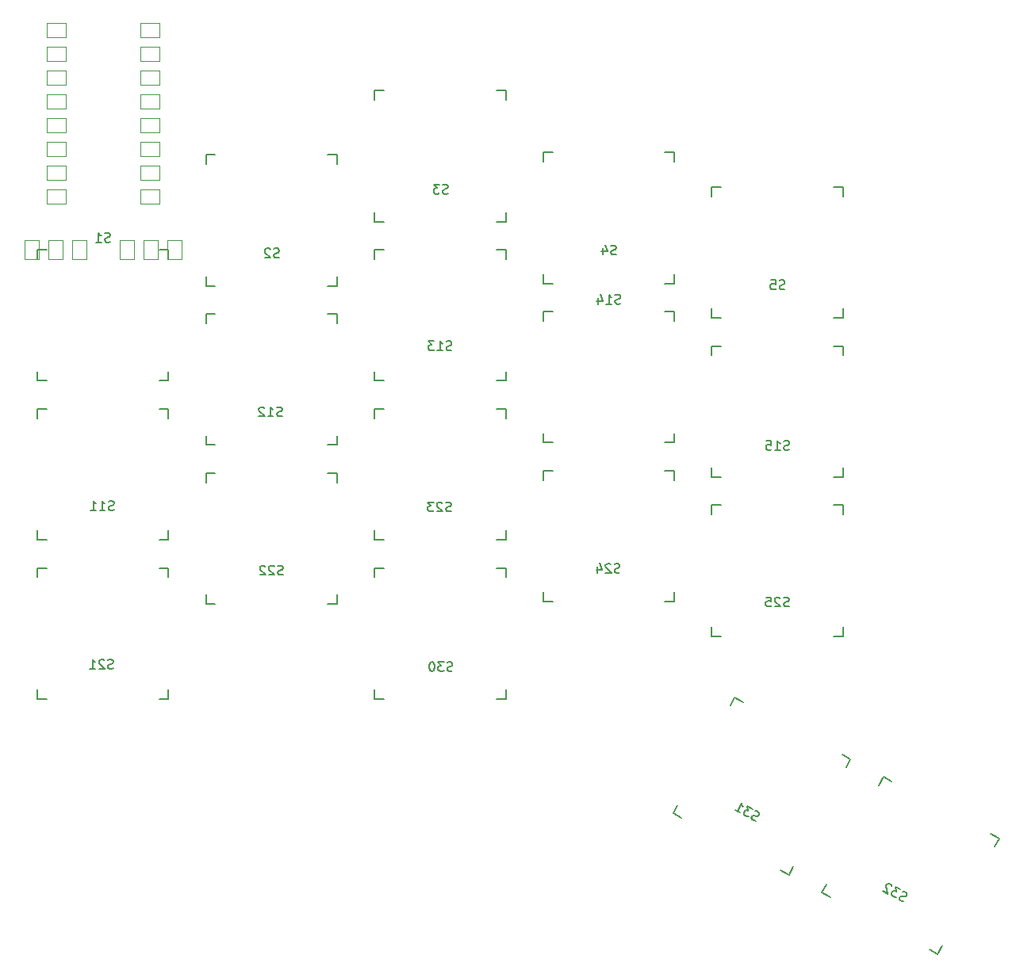
<source format=gbr>
%TF.GenerationSoftware,KiCad,Pcbnew,7.0.6*%
%TF.CreationDate,2023-11-22T12:36:20+08:00*%
%TF.ProjectId,tenten,74656e74-656e-42e6-9b69-6361645f7063,rev?*%
%TF.SameCoordinates,Original*%
%TF.FileFunction,Legend,Bot*%
%TF.FilePolarity,Positive*%
%FSLAX46Y46*%
G04 Gerber Fmt 4.6, Leading zero omitted, Abs format (unit mm)*
G04 Created by KiCad (PCBNEW 7.0.6) date 2023-11-22 12:36:20*
%MOMM*%
%LPD*%
G01*
G04 APERTURE LIST*
%ADD10C,0.150000*%
%ADD11C,0.050000*%
G04 APERTURE END LIST*
D10*
X73538094Y-106667200D02*
X73395237Y-106714819D01*
X73395237Y-106714819D02*
X73157142Y-106714819D01*
X73157142Y-106714819D02*
X73061904Y-106667200D01*
X73061904Y-106667200D02*
X73014285Y-106619580D01*
X73014285Y-106619580D02*
X72966666Y-106524342D01*
X72966666Y-106524342D02*
X72966666Y-106429104D01*
X72966666Y-106429104D02*
X73014285Y-106333866D01*
X73014285Y-106333866D02*
X73061904Y-106286247D01*
X73061904Y-106286247D02*
X73157142Y-106238628D01*
X73157142Y-106238628D02*
X73347618Y-106191009D01*
X73347618Y-106191009D02*
X73442856Y-106143390D01*
X73442856Y-106143390D02*
X73490475Y-106095771D01*
X73490475Y-106095771D02*
X73538094Y-106000533D01*
X73538094Y-106000533D02*
X73538094Y-105905295D01*
X73538094Y-105905295D02*
X73490475Y-105810057D01*
X73490475Y-105810057D02*
X73442856Y-105762438D01*
X73442856Y-105762438D02*
X73347618Y-105714819D01*
X73347618Y-105714819D02*
X73109523Y-105714819D01*
X73109523Y-105714819D02*
X72966666Y-105762438D01*
X72585713Y-105810057D02*
X72538094Y-105762438D01*
X72538094Y-105762438D02*
X72442856Y-105714819D01*
X72442856Y-105714819D02*
X72204761Y-105714819D01*
X72204761Y-105714819D02*
X72109523Y-105762438D01*
X72109523Y-105762438D02*
X72061904Y-105810057D01*
X72061904Y-105810057D02*
X72014285Y-105905295D01*
X72014285Y-105905295D02*
X72014285Y-106000533D01*
X72014285Y-106000533D02*
X72061904Y-106143390D01*
X72061904Y-106143390D02*
X72633332Y-106714819D01*
X72633332Y-106714819D02*
X72014285Y-106714819D01*
X71061904Y-106714819D02*
X71633332Y-106714819D01*
X71347618Y-106714819D02*
X71347618Y-105714819D01*
X71347618Y-105714819D02*
X71442856Y-105857676D01*
X71442856Y-105857676D02*
X71538094Y-105952914D01*
X71538094Y-105952914D02*
X71633332Y-106000533D01*
X73219828Y-61097057D02*
X73076971Y-61144676D01*
X73076971Y-61144676D02*
X72838876Y-61144676D01*
X72838876Y-61144676D02*
X72743638Y-61097057D01*
X72743638Y-61097057D02*
X72696019Y-61049437D01*
X72696019Y-61049437D02*
X72648400Y-60954199D01*
X72648400Y-60954199D02*
X72648400Y-60858961D01*
X72648400Y-60858961D02*
X72696019Y-60763723D01*
X72696019Y-60763723D02*
X72743638Y-60716104D01*
X72743638Y-60716104D02*
X72838876Y-60668485D01*
X72838876Y-60668485D02*
X73029352Y-60620866D01*
X73029352Y-60620866D02*
X73124590Y-60573247D01*
X73124590Y-60573247D02*
X73172209Y-60525628D01*
X73172209Y-60525628D02*
X73219828Y-60430390D01*
X73219828Y-60430390D02*
X73219828Y-60335152D01*
X73219828Y-60335152D02*
X73172209Y-60239914D01*
X73172209Y-60239914D02*
X73124590Y-60192295D01*
X73124590Y-60192295D02*
X73029352Y-60144676D01*
X73029352Y-60144676D02*
X72791257Y-60144676D01*
X72791257Y-60144676D02*
X72648400Y-60192295D01*
X71696019Y-61144676D02*
X72267447Y-61144676D01*
X71981733Y-61144676D02*
X71981733Y-60144676D01*
X71981733Y-60144676D02*
X72076971Y-60287533D01*
X72076971Y-60287533D02*
X72172209Y-60382771D01*
X72172209Y-60382771D02*
X72267447Y-60430390D01*
X91262104Y-62764200D02*
X91119247Y-62811819D01*
X91119247Y-62811819D02*
X90881152Y-62811819D01*
X90881152Y-62811819D02*
X90785914Y-62764200D01*
X90785914Y-62764200D02*
X90738295Y-62716580D01*
X90738295Y-62716580D02*
X90690676Y-62621342D01*
X90690676Y-62621342D02*
X90690676Y-62526104D01*
X90690676Y-62526104D02*
X90738295Y-62430866D01*
X90738295Y-62430866D02*
X90785914Y-62383247D01*
X90785914Y-62383247D02*
X90881152Y-62335628D01*
X90881152Y-62335628D02*
X91071628Y-62288009D01*
X91071628Y-62288009D02*
X91166866Y-62240390D01*
X91166866Y-62240390D02*
X91214485Y-62192771D01*
X91214485Y-62192771D02*
X91262104Y-62097533D01*
X91262104Y-62097533D02*
X91262104Y-62002295D01*
X91262104Y-62002295D02*
X91214485Y-61907057D01*
X91214485Y-61907057D02*
X91166866Y-61859438D01*
X91166866Y-61859438D02*
X91071628Y-61811819D01*
X91071628Y-61811819D02*
X90833533Y-61811819D01*
X90833533Y-61811819D02*
X90690676Y-61859438D01*
X90309723Y-61907057D02*
X90262104Y-61859438D01*
X90262104Y-61859438D02*
X90166866Y-61811819D01*
X90166866Y-61811819D02*
X89928771Y-61811819D01*
X89928771Y-61811819D02*
X89833533Y-61859438D01*
X89833533Y-61859438D02*
X89785914Y-61907057D01*
X89785914Y-61907057D02*
X89738295Y-62002295D01*
X89738295Y-62002295D02*
X89738295Y-62097533D01*
X89738295Y-62097533D02*
X89785914Y-62240390D01*
X89785914Y-62240390D02*
X90357342Y-62811819D01*
X90357342Y-62811819D02*
X89738295Y-62811819D01*
X91687494Y-96647800D02*
X91544637Y-96695419D01*
X91544637Y-96695419D02*
X91306542Y-96695419D01*
X91306542Y-96695419D02*
X91211304Y-96647800D01*
X91211304Y-96647800D02*
X91163685Y-96600180D01*
X91163685Y-96600180D02*
X91116066Y-96504942D01*
X91116066Y-96504942D02*
X91116066Y-96409704D01*
X91116066Y-96409704D02*
X91163685Y-96314466D01*
X91163685Y-96314466D02*
X91211304Y-96266847D01*
X91211304Y-96266847D02*
X91306542Y-96219228D01*
X91306542Y-96219228D02*
X91497018Y-96171609D01*
X91497018Y-96171609D02*
X91592256Y-96123990D01*
X91592256Y-96123990D02*
X91639875Y-96076371D01*
X91639875Y-96076371D02*
X91687494Y-95981133D01*
X91687494Y-95981133D02*
X91687494Y-95885895D01*
X91687494Y-95885895D02*
X91639875Y-95790657D01*
X91639875Y-95790657D02*
X91592256Y-95743038D01*
X91592256Y-95743038D02*
X91497018Y-95695419D01*
X91497018Y-95695419D02*
X91258923Y-95695419D01*
X91258923Y-95695419D02*
X91116066Y-95743038D01*
X90735113Y-95790657D02*
X90687494Y-95743038D01*
X90687494Y-95743038D02*
X90592256Y-95695419D01*
X90592256Y-95695419D02*
X90354161Y-95695419D01*
X90354161Y-95695419D02*
X90258923Y-95743038D01*
X90258923Y-95743038D02*
X90211304Y-95790657D01*
X90211304Y-95790657D02*
X90163685Y-95885895D01*
X90163685Y-95885895D02*
X90163685Y-95981133D01*
X90163685Y-95981133D02*
X90211304Y-96123990D01*
X90211304Y-96123990D02*
X90782732Y-96695419D01*
X90782732Y-96695419D02*
X90163685Y-96695419D01*
X89782732Y-95790657D02*
X89735113Y-95743038D01*
X89735113Y-95743038D02*
X89639875Y-95695419D01*
X89639875Y-95695419D02*
X89401780Y-95695419D01*
X89401780Y-95695419D02*
X89306542Y-95743038D01*
X89306542Y-95743038D02*
X89258923Y-95790657D01*
X89258923Y-95790657D02*
X89211304Y-95885895D01*
X89211304Y-95885895D02*
X89211304Y-95981133D01*
X89211304Y-95981133D02*
X89258923Y-96123990D01*
X89258923Y-96123990D02*
X89830351Y-96695419D01*
X89830351Y-96695419D02*
X89211304Y-96695419D01*
X127696018Y-67697057D02*
X127553161Y-67744676D01*
X127553161Y-67744676D02*
X127315066Y-67744676D01*
X127315066Y-67744676D02*
X127219828Y-67697057D01*
X127219828Y-67697057D02*
X127172209Y-67649437D01*
X127172209Y-67649437D02*
X127124590Y-67554199D01*
X127124590Y-67554199D02*
X127124590Y-67458961D01*
X127124590Y-67458961D02*
X127172209Y-67363723D01*
X127172209Y-67363723D02*
X127219828Y-67316104D01*
X127219828Y-67316104D02*
X127315066Y-67268485D01*
X127315066Y-67268485D02*
X127505542Y-67220866D01*
X127505542Y-67220866D02*
X127600780Y-67173247D01*
X127600780Y-67173247D02*
X127648399Y-67125628D01*
X127648399Y-67125628D02*
X127696018Y-67030390D01*
X127696018Y-67030390D02*
X127696018Y-66935152D01*
X127696018Y-66935152D02*
X127648399Y-66839914D01*
X127648399Y-66839914D02*
X127600780Y-66792295D01*
X127600780Y-66792295D02*
X127505542Y-66744676D01*
X127505542Y-66744676D02*
X127267447Y-66744676D01*
X127267447Y-66744676D02*
X127124590Y-66792295D01*
X126172209Y-67744676D02*
X126743637Y-67744676D01*
X126457923Y-67744676D02*
X126457923Y-66744676D01*
X126457923Y-66744676D02*
X126553161Y-66887533D01*
X126553161Y-66887533D02*
X126648399Y-66982771D01*
X126648399Y-66982771D02*
X126743637Y-67030390D01*
X125315066Y-67078009D02*
X125315066Y-67744676D01*
X125553161Y-66697057D02*
X125791256Y-67411342D01*
X125791256Y-67411342D02*
X125172209Y-67411342D01*
X145687894Y-100026000D02*
X145545037Y-100073619D01*
X145545037Y-100073619D02*
X145306942Y-100073619D01*
X145306942Y-100073619D02*
X145211704Y-100026000D01*
X145211704Y-100026000D02*
X145164085Y-99978380D01*
X145164085Y-99978380D02*
X145116466Y-99883142D01*
X145116466Y-99883142D02*
X145116466Y-99787904D01*
X145116466Y-99787904D02*
X145164085Y-99692666D01*
X145164085Y-99692666D02*
X145211704Y-99645047D01*
X145211704Y-99645047D02*
X145306942Y-99597428D01*
X145306942Y-99597428D02*
X145497418Y-99549809D01*
X145497418Y-99549809D02*
X145592656Y-99502190D01*
X145592656Y-99502190D02*
X145640275Y-99454571D01*
X145640275Y-99454571D02*
X145687894Y-99359333D01*
X145687894Y-99359333D02*
X145687894Y-99264095D01*
X145687894Y-99264095D02*
X145640275Y-99168857D01*
X145640275Y-99168857D02*
X145592656Y-99121238D01*
X145592656Y-99121238D02*
X145497418Y-99073619D01*
X145497418Y-99073619D02*
X145259323Y-99073619D01*
X145259323Y-99073619D02*
X145116466Y-99121238D01*
X144735513Y-99168857D02*
X144687894Y-99121238D01*
X144687894Y-99121238D02*
X144592656Y-99073619D01*
X144592656Y-99073619D02*
X144354561Y-99073619D01*
X144354561Y-99073619D02*
X144259323Y-99121238D01*
X144259323Y-99121238D02*
X144211704Y-99168857D01*
X144211704Y-99168857D02*
X144164085Y-99264095D01*
X144164085Y-99264095D02*
X144164085Y-99359333D01*
X144164085Y-99359333D02*
X144211704Y-99502190D01*
X144211704Y-99502190D02*
X144783132Y-100073619D01*
X144783132Y-100073619D02*
X144164085Y-100073619D01*
X143259323Y-99073619D02*
X143735513Y-99073619D01*
X143735513Y-99073619D02*
X143783132Y-99549809D01*
X143783132Y-99549809D02*
X143735513Y-99502190D01*
X143735513Y-99502190D02*
X143640275Y-99454571D01*
X143640275Y-99454571D02*
X143402180Y-99454571D01*
X143402180Y-99454571D02*
X143306942Y-99502190D01*
X143306942Y-99502190D02*
X143259323Y-99549809D01*
X143259323Y-99549809D02*
X143211704Y-99645047D01*
X143211704Y-99645047D02*
X143211704Y-99883142D01*
X143211704Y-99883142D02*
X143259323Y-99978380D01*
X143259323Y-99978380D02*
X143306942Y-100026000D01*
X143306942Y-100026000D02*
X143402180Y-100073619D01*
X143402180Y-100073619D02*
X143640275Y-100073619D01*
X143640275Y-100073619D02*
X143735513Y-100026000D01*
X143735513Y-100026000D02*
X143783132Y-99978380D01*
X109619894Y-89866000D02*
X109477037Y-89913619D01*
X109477037Y-89913619D02*
X109238942Y-89913619D01*
X109238942Y-89913619D02*
X109143704Y-89866000D01*
X109143704Y-89866000D02*
X109096085Y-89818380D01*
X109096085Y-89818380D02*
X109048466Y-89723142D01*
X109048466Y-89723142D02*
X109048466Y-89627904D01*
X109048466Y-89627904D02*
X109096085Y-89532666D01*
X109096085Y-89532666D02*
X109143704Y-89485047D01*
X109143704Y-89485047D02*
X109238942Y-89437428D01*
X109238942Y-89437428D02*
X109429418Y-89389809D01*
X109429418Y-89389809D02*
X109524656Y-89342190D01*
X109524656Y-89342190D02*
X109572275Y-89294571D01*
X109572275Y-89294571D02*
X109619894Y-89199333D01*
X109619894Y-89199333D02*
X109619894Y-89104095D01*
X109619894Y-89104095D02*
X109572275Y-89008857D01*
X109572275Y-89008857D02*
X109524656Y-88961238D01*
X109524656Y-88961238D02*
X109429418Y-88913619D01*
X109429418Y-88913619D02*
X109191323Y-88913619D01*
X109191323Y-88913619D02*
X109048466Y-88961238D01*
X108667513Y-89008857D02*
X108619894Y-88961238D01*
X108619894Y-88961238D02*
X108524656Y-88913619D01*
X108524656Y-88913619D02*
X108286561Y-88913619D01*
X108286561Y-88913619D02*
X108191323Y-88961238D01*
X108191323Y-88961238D02*
X108143704Y-89008857D01*
X108143704Y-89008857D02*
X108096085Y-89104095D01*
X108096085Y-89104095D02*
X108096085Y-89199333D01*
X108096085Y-89199333D02*
X108143704Y-89342190D01*
X108143704Y-89342190D02*
X108715132Y-89913619D01*
X108715132Y-89913619D02*
X108096085Y-89913619D01*
X107762751Y-88913619D02*
X107143704Y-88913619D01*
X107143704Y-88913619D02*
X107477037Y-89294571D01*
X107477037Y-89294571D02*
X107334180Y-89294571D01*
X107334180Y-89294571D02*
X107238942Y-89342190D01*
X107238942Y-89342190D02*
X107191323Y-89389809D01*
X107191323Y-89389809D02*
X107143704Y-89485047D01*
X107143704Y-89485047D02*
X107143704Y-89723142D01*
X107143704Y-89723142D02*
X107191323Y-89818380D01*
X107191323Y-89818380D02*
X107238942Y-89866000D01*
X107238942Y-89866000D02*
X107334180Y-89913619D01*
X107334180Y-89913619D02*
X107619894Y-89913619D01*
X107619894Y-89913619D02*
X107715132Y-89866000D01*
X107715132Y-89866000D02*
X107762751Y-89818380D01*
X109670694Y-72670200D02*
X109527837Y-72717819D01*
X109527837Y-72717819D02*
X109289742Y-72717819D01*
X109289742Y-72717819D02*
X109194504Y-72670200D01*
X109194504Y-72670200D02*
X109146885Y-72622580D01*
X109146885Y-72622580D02*
X109099266Y-72527342D01*
X109099266Y-72527342D02*
X109099266Y-72432104D01*
X109099266Y-72432104D02*
X109146885Y-72336866D01*
X109146885Y-72336866D02*
X109194504Y-72289247D01*
X109194504Y-72289247D02*
X109289742Y-72241628D01*
X109289742Y-72241628D02*
X109480218Y-72194009D01*
X109480218Y-72194009D02*
X109575456Y-72146390D01*
X109575456Y-72146390D02*
X109623075Y-72098771D01*
X109623075Y-72098771D02*
X109670694Y-72003533D01*
X109670694Y-72003533D02*
X109670694Y-71908295D01*
X109670694Y-71908295D02*
X109623075Y-71813057D01*
X109623075Y-71813057D02*
X109575456Y-71765438D01*
X109575456Y-71765438D02*
X109480218Y-71717819D01*
X109480218Y-71717819D02*
X109242123Y-71717819D01*
X109242123Y-71717819D02*
X109099266Y-71765438D01*
X108146885Y-72717819D02*
X108718313Y-72717819D01*
X108432599Y-72717819D02*
X108432599Y-71717819D01*
X108432599Y-71717819D02*
X108527837Y-71860676D01*
X108527837Y-71860676D02*
X108623075Y-71955914D01*
X108623075Y-71955914D02*
X108718313Y-72003533D01*
X107813551Y-71717819D02*
X107194504Y-71717819D01*
X107194504Y-71717819D02*
X107527837Y-72098771D01*
X107527837Y-72098771D02*
X107384980Y-72098771D01*
X107384980Y-72098771D02*
X107289742Y-72146390D01*
X107289742Y-72146390D02*
X107242123Y-72194009D01*
X107242123Y-72194009D02*
X107194504Y-72289247D01*
X107194504Y-72289247D02*
X107194504Y-72527342D01*
X107194504Y-72527342D02*
X107242123Y-72622580D01*
X107242123Y-72622580D02*
X107289742Y-72670200D01*
X107289742Y-72670200D02*
X107384980Y-72717819D01*
X107384980Y-72717819D02*
X107670694Y-72717819D01*
X107670694Y-72717819D02*
X107765932Y-72670200D01*
X107765932Y-72670200D02*
X107813551Y-72622580D01*
X157916192Y-131565092D02*
X157767700Y-131540070D01*
X157767700Y-131540070D02*
X157557475Y-131428291D01*
X157557475Y-131428291D02*
X157495740Y-131341534D01*
X157495740Y-131341534D02*
X157476051Y-131277133D01*
X157476051Y-131277133D02*
X157478717Y-131170687D01*
X157478717Y-131170687D02*
X157523429Y-131086597D01*
X157523429Y-131086597D02*
X157610186Y-131024863D01*
X157610186Y-131024863D02*
X157674587Y-131005173D01*
X157674587Y-131005173D02*
X157781033Y-131007840D01*
X157781033Y-131007840D02*
X157971569Y-131055218D01*
X157971569Y-131055218D02*
X158078015Y-131057884D01*
X158078015Y-131057884D02*
X158142416Y-131038195D01*
X158142416Y-131038195D02*
X158229173Y-130976460D01*
X158229173Y-130976460D02*
X158273884Y-130892370D01*
X158273884Y-130892370D02*
X158276551Y-130785924D01*
X158276551Y-130785924D02*
X158256861Y-130721523D01*
X158256861Y-130721523D02*
X158195127Y-130634766D01*
X158195127Y-130634766D02*
X157984901Y-130522987D01*
X157984901Y-130522987D02*
X157836410Y-130497965D01*
X157564450Y-130299430D02*
X157017863Y-130008804D01*
X157017863Y-130008804D02*
X157133333Y-130501656D01*
X157133333Y-130501656D02*
X157007197Y-130434588D01*
X157007197Y-130434588D02*
X156900751Y-130431922D01*
X156900751Y-130431922D02*
X156836351Y-130451611D01*
X156836351Y-130451611D02*
X156749594Y-130513346D01*
X156749594Y-130513346D02*
X156637815Y-130723571D01*
X156637815Y-130723571D02*
X156635148Y-130830017D01*
X156635148Y-130830017D02*
X156654838Y-130894418D01*
X156654838Y-130894418D02*
X156716572Y-130981175D01*
X156716572Y-130981175D02*
X156968843Y-131115310D01*
X156968843Y-131115310D02*
X157075289Y-131117976D01*
X157075289Y-131117976D02*
X157139690Y-131098287D01*
X156636791Y-129914048D02*
X156617101Y-129849647D01*
X156617101Y-129849647D02*
X156555367Y-129762891D01*
X156555367Y-129762891D02*
X156345141Y-129651112D01*
X156345141Y-129651112D02*
X156238695Y-129648445D01*
X156238695Y-129648445D02*
X156174294Y-129668135D01*
X156174294Y-129668135D02*
X156087538Y-129729869D01*
X156087538Y-129729869D02*
X156042826Y-129813959D01*
X156042826Y-129813959D02*
X156017804Y-129962450D01*
X156017804Y-129962450D02*
X156254076Y-130735261D01*
X156254076Y-130735261D02*
X155707489Y-130444636D01*
X145713294Y-83312800D02*
X145570437Y-83360419D01*
X145570437Y-83360419D02*
X145332342Y-83360419D01*
X145332342Y-83360419D02*
X145237104Y-83312800D01*
X145237104Y-83312800D02*
X145189485Y-83265180D01*
X145189485Y-83265180D02*
X145141866Y-83169942D01*
X145141866Y-83169942D02*
X145141866Y-83074704D01*
X145141866Y-83074704D02*
X145189485Y-82979466D01*
X145189485Y-82979466D02*
X145237104Y-82931847D01*
X145237104Y-82931847D02*
X145332342Y-82884228D01*
X145332342Y-82884228D02*
X145522818Y-82836609D01*
X145522818Y-82836609D02*
X145618056Y-82788990D01*
X145618056Y-82788990D02*
X145665675Y-82741371D01*
X145665675Y-82741371D02*
X145713294Y-82646133D01*
X145713294Y-82646133D02*
X145713294Y-82550895D01*
X145713294Y-82550895D02*
X145665675Y-82455657D01*
X145665675Y-82455657D02*
X145618056Y-82408038D01*
X145618056Y-82408038D02*
X145522818Y-82360419D01*
X145522818Y-82360419D02*
X145284723Y-82360419D01*
X145284723Y-82360419D02*
X145141866Y-82408038D01*
X144189485Y-83360419D02*
X144760913Y-83360419D01*
X144475199Y-83360419D02*
X144475199Y-82360419D01*
X144475199Y-82360419D02*
X144570437Y-82503276D01*
X144570437Y-82503276D02*
X144665675Y-82598514D01*
X144665675Y-82598514D02*
X144760913Y-82646133D01*
X143284723Y-82360419D02*
X143760913Y-82360419D01*
X143760913Y-82360419D02*
X143808532Y-82836609D01*
X143808532Y-82836609D02*
X143760913Y-82788990D01*
X143760913Y-82788990D02*
X143665675Y-82741371D01*
X143665675Y-82741371D02*
X143427580Y-82741371D01*
X143427580Y-82741371D02*
X143332342Y-82788990D01*
X143332342Y-82788990D02*
X143284723Y-82836609D01*
X143284723Y-82836609D02*
X143237104Y-82931847D01*
X143237104Y-82931847D02*
X143237104Y-83169942D01*
X143237104Y-83169942D02*
X143284723Y-83265180D01*
X143284723Y-83265180D02*
X143332342Y-83312800D01*
X143332342Y-83312800D02*
X143427580Y-83360419D01*
X143427580Y-83360419D02*
X143665675Y-83360419D01*
X143665675Y-83360419D02*
X143760913Y-83312800D01*
X143760913Y-83312800D02*
X143808532Y-83265180D01*
X145237104Y-66142400D02*
X145094247Y-66190019D01*
X145094247Y-66190019D02*
X144856152Y-66190019D01*
X144856152Y-66190019D02*
X144760914Y-66142400D01*
X144760914Y-66142400D02*
X144713295Y-66094780D01*
X144713295Y-66094780D02*
X144665676Y-65999542D01*
X144665676Y-65999542D02*
X144665676Y-65904304D01*
X144665676Y-65904304D02*
X144713295Y-65809066D01*
X144713295Y-65809066D02*
X144760914Y-65761447D01*
X144760914Y-65761447D02*
X144856152Y-65713828D01*
X144856152Y-65713828D02*
X145046628Y-65666209D01*
X145046628Y-65666209D02*
X145141866Y-65618590D01*
X145141866Y-65618590D02*
X145189485Y-65570971D01*
X145189485Y-65570971D02*
X145237104Y-65475733D01*
X145237104Y-65475733D02*
X145237104Y-65380495D01*
X145237104Y-65380495D02*
X145189485Y-65285257D01*
X145189485Y-65285257D02*
X145141866Y-65237638D01*
X145141866Y-65237638D02*
X145046628Y-65190019D01*
X145046628Y-65190019D02*
X144808533Y-65190019D01*
X144808533Y-65190019D02*
X144665676Y-65237638D01*
X143760914Y-65190019D02*
X144237104Y-65190019D01*
X144237104Y-65190019D02*
X144284723Y-65666209D01*
X144284723Y-65666209D02*
X144237104Y-65618590D01*
X144237104Y-65618590D02*
X144141866Y-65570971D01*
X144141866Y-65570971D02*
X143903771Y-65570971D01*
X143903771Y-65570971D02*
X143808533Y-65618590D01*
X143808533Y-65618590D02*
X143760914Y-65666209D01*
X143760914Y-65666209D02*
X143713295Y-65761447D01*
X143713295Y-65761447D02*
X143713295Y-65999542D01*
X143713295Y-65999542D02*
X143760914Y-66094780D01*
X143760914Y-66094780D02*
X143808533Y-66142400D01*
X143808533Y-66142400D02*
X143903771Y-66190019D01*
X143903771Y-66190019D02*
X144141866Y-66190019D01*
X144141866Y-66190019D02*
X144237104Y-66142400D01*
X144237104Y-66142400D02*
X144284723Y-66094780D01*
X127253904Y-62434000D02*
X127111047Y-62481619D01*
X127111047Y-62481619D02*
X126872952Y-62481619D01*
X126872952Y-62481619D02*
X126777714Y-62434000D01*
X126777714Y-62434000D02*
X126730095Y-62386380D01*
X126730095Y-62386380D02*
X126682476Y-62291142D01*
X126682476Y-62291142D02*
X126682476Y-62195904D01*
X126682476Y-62195904D02*
X126730095Y-62100666D01*
X126730095Y-62100666D02*
X126777714Y-62053047D01*
X126777714Y-62053047D02*
X126872952Y-62005428D01*
X126872952Y-62005428D02*
X127063428Y-61957809D01*
X127063428Y-61957809D02*
X127158666Y-61910190D01*
X127158666Y-61910190D02*
X127206285Y-61862571D01*
X127206285Y-61862571D02*
X127253904Y-61767333D01*
X127253904Y-61767333D02*
X127253904Y-61672095D01*
X127253904Y-61672095D02*
X127206285Y-61576857D01*
X127206285Y-61576857D02*
X127158666Y-61529238D01*
X127158666Y-61529238D02*
X127063428Y-61481619D01*
X127063428Y-61481619D02*
X126825333Y-61481619D01*
X126825333Y-61481619D02*
X126682476Y-61529238D01*
X125825333Y-61814952D02*
X125825333Y-62481619D01*
X126063428Y-61434000D02*
X126301523Y-62148285D01*
X126301523Y-62148285D02*
X125682476Y-62148285D01*
X127628494Y-96419200D02*
X127485637Y-96466819D01*
X127485637Y-96466819D02*
X127247542Y-96466819D01*
X127247542Y-96466819D02*
X127152304Y-96419200D01*
X127152304Y-96419200D02*
X127104685Y-96371580D01*
X127104685Y-96371580D02*
X127057066Y-96276342D01*
X127057066Y-96276342D02*
X127057066Y-96181104D01*
X127057066Y-96181104D02*
X127104685Y-96085866D01*
X127104685Y-96085866D02*
X127152304Y-96038247D01*
X127152304Y-96038247D02*
X127247542Y-95990628D01*
X127247542Y-95990628D02*
X127438018Y-95943009D01*
X127438018Y-95943009D02*
X127533256Y-95895390D01*
X127533256Y-95895390D02*
X127580875Y-95847771D01*
X127580875Y-95847771D02*
X127628494Y-95752533D01*
X127628494Y-95752533D02*
X127628494Y-95657295D01*
X127628494Y-95657295D02*
X127580875Y-95562057D01*
X127580875Y-95562057D02*
X127533256Y-95514438D01*
X127533256Y-95514438D02*
X127438018Y-95466819D01*
X127438018Y-95466819D02*
X127199923Y-95466819D01*
X127199923Y-95466819D02*
X127057066Y-95514438D01*
X126676113Y-95562057D02*
X126628494Y-95514438D01*
X126628494Y-95514438D02*
X126533256Y-95466819D01*
X126533256Y-95466819D02*
X126295161Y-95466819D01*
X126295161Y-95466819D02*
X126199923Y-95514438D01*
X126199923Y-95514438D02*
X126152304Y-95562057D01*
X126152304Y-95562057D02*
X126104685Y-95657295D01*
X126104685Y-95657295D02*
X126104685Y-95752533D01*
X126104685Y-95752533D02*
X126152304Y-95895390D01*
X126152304Y-95895390D02*
X126723732Y-96466819D01*
X126723732Y-96466819D02*
X126104685Y-96466819D01*
X125247542Y-95800152D02*
X125247542Y-96466819D01*
X125485637Y-95419200D02*
X125723732Y-96133485D01*
X125723732Y-96133485D02*
X125104685Y-96133485D01*
X109772294Y-106934800D02*
X109629437Y-106982419D01*
X109629437Y-106982419D02*
X109391342Y-106982419D01*
X109391342Y-106982419D02*
X109296104Y-106934800D01*
X109296104Y-106934800D02*
X109248485Y-106887180D01*
X109248485Y-106887180D02*
X109200866Y-106791942D01*
X109200866Y-106791942D02*
X109200866Y-106696704D01*
X109200866Y-106696704D02*
X109248485Y-106601466D01*
X109248485Y-106601466D02*
X109296104Y-106553847D01*
X109296104Y-106553847D02*
X109391342Y-106506228D01*
X109391342Y-106506228D02*
X109581818Y-106458609D01*
X109581818Y-106458609D02*
X109677056Y-106410990D01*
X109677056Y-106410990D02*
X109724675Y-106363371D01*
X109724675Y-106363371D02*
X109772294Y-106268133D01*
X109772294Y-106268133D02*
X109772294Y-106172895D01*
X109772294Y-106172895D02*
X109724675Y-106077657D01*
X109724675Y-106077657D02*
X109677056Y-106030038D01*
X109677056Y-106030038D02*
X109581818Y-105982419D01*
X109581818Y-105982419D02*
X109343723Y-105982419D01*
X109343723Y-105982419D02*
X109200866Y-106030038D01*
X108867532Y-105982419D02*
X108248485Y-105982419D01*
X108248485Y-105982419D02*
X108581818Y-106363371D01*
X108581818Y-106363371D02*
X108438961Y-106363371D01*
X108438961Y-106363371D02*
X108343723Y-106410990D01*
X108343723Y-106410990D02*
X108296104Y-106458609D01*
X108296104Y-106458609D02*
X108248485Y-106553847D01*
X108248485Y-106553847D02*
X108248485Y-106791942D01*
X108248485Y-106791942D02*
X108296104Y-106887180D01*
X108296104Y-106887180D02*
X108343723Y-106934800D01*
X108343723Y-106934800D02*
X108438961Y-106982419D01*
X108438961Y-106982419D02*
X108724675Y-106982419D01*
X108724675Y-106982419D02*
X108819913Y-106934800D01*
X108819913Y-106934800D02*
X108867532Y-106887180D01*
X107629437Y-105982419D02*
X107534199Y-105982419D01*
X107534199Y-105982419D02*
X107438961Y-106030038D01*
X107438961Y-106030038D02*
X107391342Y-106077657D01*
X107391342Y-106077657D02*
X107343723Y-106172895D01*
X107343723Y-106172895D02*
X107296104Y-106363371D01*
X107296104Y-106363371D02*
X107296104Y-106601466D01*
X107296104Y-106601466D02*
X107343723Y-106791942D01*
X107343723Y-106791942D02*
X107391342Y-106887180D01*
X107391342Y-106887180D02*
X107438961Y-106934800D01*
X107438961Y-106934800D02*
X107534199Y-106982419D01*
X107534199Y-106982419D02*
X107629437Y-106982419D01*
X107629437Y-106982419D02*
X107724675Y-106934800D01*
X107724675Y-106934800D02*
X107772294Y-106887180D01*
X107772294Y-106887180D02*
X107819913Y-106791942D01*
X107819913Y-106791942D02*
X107867532Y-106601466D01*
X107867532Y-106601466D02*
X107867532Y-106363371D01*
X107867532Y-106363371D02*
X107819913Y-106172895D01*
X107819913Y-106172895D02*
X107772294Y-106077657D01*
X107772294Y-106077657D02*
X107724675Y-106030038D01*
X107724675Y-106030038D02*
X107629437Y-105982419D01*
X91585894Y-79706000D02*
X91443037Y-79753619D01*
X91443037Y-79753619D02*
X91204942Y-79753619D01*
X91204942Y-79753619D02*
X91109704Y-79706000D01*
X91109704Y-79706000D02*
X91062085Y-79658380D01*
X91062085Y-79658380D02*
X91014466Y-79563142D01*
X91014466Y-79563142D02*
X91014466Y-79467904D01*
X91014466Y-79467904D02*
X91062085Y-79372666D01*
X91062085Y-79372666D02*
X91109704Y-79325047D01*
X91109704Y-79325047D02*
X91204942Y-79277428D01*
X91204942Y-79277428D02*
X91395418Y-79229809D01*
X91395418Y-79229809D02*
X91490656Y-79182190D01*
X91490656Y-79182190D02*
X91538275Y-79134571D01*
X91538275Y-79134571D02*
X91585894Y-79039333D01*
X91585894Y-79039333D02*
X91585894Y-78944095D01*
X91585894Y-78944095D02*
X91538275Y-78848857D01*
X91538275Y-78848857D02*
X91490656Y-78801238D01*
X91490656Y-78801238D02*
X91395418Y-78753619D01*
X91395418Y-78753619D02*
X91157323Y-78753619D01*
X91157323Y-78753619D02*
X91014466Y-78801238D01*
X90062085Y-79753619D02*
X90633513Y-79753619D01*
X90347799Y-79753619D02*
X90347799Y-78753619D01*
X90347799Y-78753619D02*
X90443037Y-78896476D01*
X90443037Y-78896476D02*
X90538275Y-78991714D01*
X90538275Y-78991714D02*
X90633513Y-79039333D01*
X89681132Y-78848857D02*
X89633513Y-78801238D01*
X89633513Y-78801238D02*
X89538275Y-78753619D01*
X89538275Y-78753619D02*
X89300180Y-78753619D01*
X89300180Y-78753619D02*
X89204942Y-78801238D01*
X89204942Y-78801238D02*
X89157323Y-78848857D01*
X89157323Y-78848857D02*
X89109704Y-78944095D01*
X89109704Y-78944095D02*
X89109704Y-79039333D01*
X89109704Y-79039333D02*
X89157323Y-79182190D01*
X89157323Y-79182190D02*
X89728751Y-79753619D01*
X89728751Y-79753619D02*
X89109704Y-79753619D01*
X142132401Y-122949192D02*
X141983909Y-122924170D01*
X141983909Y-122924170D02*
X141773684Y-122812391D01*
X141773684Y-122812391D02*
X141711949Y-122725634D01*
X141711949Y-122725634D02*
X141692260Y-122661233D01*
X141692260Y-122661233D02*
X141694926Y-122554787D01*
X141694926Y-122554787D02*
X141739638Y-122470697D01*
X141739638Y-122470697D02*
X141826395Y-122408963D01*
X141826395Y-122408963D02*
X141890796Y-122389273D01*
X141890796Y-122389273D02*
X141997242Y-122391940D01*
X141997242Y-122391940D02*
X142187778Y-122439318D01*
X142187778Y-122439318D02*
X142294224Y-122441984D01*
X142294224Y-122441984D02*
X142358625Y-122422295D01*
X142358625Y-122422295D02*
X142445382Y-122360560D01*
X142445382Y-122360560D02*
X142490093Y-122276470D01*
X142490093Y-122276470D02*
X142492760Y-122170024D01*
X142492760Y-122170024D02*
X142473070Y-122105623D01*
X142473070Y-122105623D02*
X142411336Y-122018866D01*
X142411336Y-122018866D02*
X142201110Y-121907087D01*
X142201110Y-121907087D02*
X142052619Y-121882065D01*
X141780659Y-121683530D02*
X141234072Y-121392904D01*
X141234072Y-121392904D02*
X141349542Y-121885756D01*
X141349542Y-121885756D02*
X141223406Y-121818688D01*
X141223406Y-121818688D02*
X141116960Y-121816022D01*
X141116960Y-121816022D02*
X141052560Y-121835711D01*
X141052560Y-121835711D02*
X140965803Y-121897446D01*
X140965803Y-121897446D02*
X140854024Y-122107671D01*
X140854024Y-122107671D02*
X140851357Y-122214117D01*
X140851357Y-122214117D02*
X140871047Y-122278518D01*
X140871047Y-122278518D02*
X140932781Y-122365275D01*
X140932781Y-122365275D02*
X141185052Y-122499410D01*
X141185052Y-122499410D02*
X141291498Y-122502076D01*
X141291498Y-122502076D02*
X141355899Y-122482387D01*
X139923698Y-121828736D02*
X140428240Y-122097006D01*
X140175969Y-121962871D02*
X140645441Y-121079923D01*
X140645441Y-121079923D02*
X140662463Y-121250770D01*
X140662463Y-121250770D02*
X140701842Y-121379572D01*
X140701842Y-121379572D02*
X140763577Y-121466329D01*
X109270704Y-55931600D02*
X109127847Y-55979219D01*
X109127847Y-55979219D02*
X108889752Y-55979219D01*
X108889752Y-55979219D02*
X108794514Y-55931600D01*
X108794514Y-55931600D02*
X108746895Y-55883980D01*
X108746895Y-55883980D02*
X108699276Y-55788742D01*
X108699276Y-55788742D02*
X108699276Y-55693504D01*
X108699276Y-55693504D02*
X108746895Y-55598266D01*
X108746895Y-55598266D02*
X108794514Y-55550647D01*
X108794514Y-55550647D02*
X108889752Y-55503028D01*
X108889752Y-55503028D02*
X109080228Y-55455409D01*
X109080228Y-55455409D02*
X109175466Y-55407790D01*
X109175466Y-55407790D02*
X109223085Y-55360171D01*
X109223085Y-55360171D02*
X109270704Y-55264933D01*
X109270704Y-55264933D02*
X109270704Y-55169695D01*
X109270704Y-55169695D02*
X109223085Y-55074457D01*
X109223085Y-55074457D02*
X109175466Y-55026838D01*
X109175466Y-55026838D02*
X109080228Y-54979219D01*
X109080228Y-54979219D02*
X108842133Y-54979219D01*
X108842133Y-54979219D02*
X108699276Y-55026838D01*
X108365942Y-54979219D02*
X107746895Y-54979219D01*
X107746895Y-54979219D02*
X108080228Y-55360171D01*
X108080228Y-55360171D02*
X107937371Y-55360171D01*
X107937371Y-55360171D02*
X107842133Y-55407790D01*
X107842133Y-55407790D02*
X107794514Y-55455409D01*
X107794514Y-55455409D02*
X107746895Y-55550647D01*
X107746895Y-55550647D02*
X107746895Y-55788742D01*
X107746895Y-55788742D02*
X107794514Y-55883980D01*
X107794514Y-55883980D02*
X107842133Y-55931600D01*
X107842133Y-55931600D02*
X107937371Y-55979219D01*
X107937371Y-55979219D02*
X108223085Y-55979219D01*
X108223085Y-55979219D02*
X108318323Y-55931600D01*
X108318323Y-55931600D02*
X108365942Y-55883980D01*
X73628094Y-89739000D02*
X73485237Y-89786619D01*
X73485237Y-89786619D02*
X73247142Y-89786619D01*
X73247142Y-89786619D02*
X73151904Y-89739000D01*
X73151904Y-89739000D02*
X73104285Y-89691380D01*
X73104285Y-89691380D02*
X73056666Y-89596142D01*
X73056666Y-89596142D02*
X73056666Y-89500904D01*
X73056666Y-89500904D02*
X73104285Y-89405666D01*
X73104285Y-89405666D02*
X73151904Y-89358047D01*
X73151904Y-89358047D02*
X73247142Y-89310428D01*
X73247142Y-89310428D02*
X73437618Y-89262809D01*
X73437618Y-89262809D02*
X73532856Y-89215190D01*
X73532856Y-89215190D02*
X73580475Y-89167571D01*
X73580475Y-89167571D02*
X73628094Y-89072333D01*
X73628094Y-89072333D02*
X73628094Y-88977095D01*
X73628094Y-88977095D02*
X73580475Y-88881857D01*
X73580475Y-88881857D02*
X73532856Y-88834238D01*
X73532856Y-88834238D02*
X73437618Y-88786619D01*
X73437618Y-88786619D02*
X73199523Y-88786619D01*
X73199523Y-88786619D02*
X73056666Y-88834238D01*
X72104285Y-89786619D02*
X72675713Y-89786619D01*
X72389999Y-89786619D02*
X72389999Y-88786619D01*
X72389999Y-88786619D02*
X72485237Y-88929476D01*
X72485237Y-88929476D02*
X72580475Y-89024714D01*
X72580475Y-89024714D02*
X72675713Y-89072333D01*
X71151904Y-89786619D02*
X71723332Y-89786619D01*
X71437618Y-89786619D02*
X71437618Y-88786619D01*
X71437618Y-88786619D02*
X71532856Y-88929476D01*
X71532856Y-88929476D02*
X71628094Y-89024714D01*
X71628094Y-89024714D02*
X71723332Y-89072333D01*
%TO.C,S21*%
X65457924Y-95944857D02*
X66457924Y-95944857D01*
X65457924Y-96944857D02*
X65457924Y-95944857D01*
X65457924Y-109944857D02*
X65457924Y-108944857D01*
X66457924Y-109944857D02*
X65457924Y-109944857D01*
X78457924Y-95944857D02*
X79457924Y-95944857D01*
X79457924Y-95944857D02*
X79457924Y-96944857D01*
X79457924Y-108944857D02*
X79457924Y-109944857D01*
X79457924Y-109944857D02*
X78457924Y-109944857D01*
%TO.C,S1*%
X65457924Y-61944857D02*
X66457924Y-61944857D01*
X65457924Y-62944857D02*
X65457924Y-61944857D01*
X65457924Y-75944857D02*
X65457924Y-74944857D01*
X66457924Y-75944857D02*
X65457924Y-75944857D01*
X78457924Y-61944857D02*
X79457924Y-61944857D01*
X79457924Y-61944857D02*
X79457924Y-62944857D01*
X79457924Y-74944857D02*
X79457924Y-75944857D01*
X79457924Y-75944857D02*
X78457924Y-75944857D01*
%TO.C,S2*%
X83457924Y-51802857D02*
X84457924Y-51802857D01*
X83457924Y-52802857D02*
X83457924Y-51802857D01*
X83457924Y-65802857D02*
X83457924Y-64802857D01*
X84457924Y-65802857D02*
X83457924Y-65802857D01*
X96457924Y-51802857D02*
X97457924Y-51802857D01*
X97457924Y-51802857D02*
X97457924Y-52802857D01*
X97457924Y-64802857D02*
X97457924Y-65802857D01*
X97457924Y-65802857D02*
X96457924Y-65802857D01*
%TO.C,S22*%
X83457924Y-85802857D02*
X84457924Y-85802857D01*
X83457924Y-86802857D02*
X83457924Y-85802857D01*
X83457924Y-99802857D02*
X83457924Y-98802857D01*
X84457924Y-99802857D02*
X83457924Y-99802857D01*
X96457924Y-85802857D02*
X97457924Y-85802857D01*
X97457924Y-85802857D02*
X97457924Y-86802857D01*
X97457924Y-98802857D02*
X97457924Y-99802857D01*
X97457924Y-99802857D02*
X96457924Y-99802857D01*
%TO.C,S14*%
X119457924Y-68544857D02*
X120457924Y-68544857D01*
X119457924Y-69544857D02*
X119457924Y-68544857D01*
X119457924Y-82544857D02*
X119457924Y-81544857D01*
X120457924Y-82544857D02*
X119457924Y-82544857D01*
X132457924Y-68544857D02*
X133457924Y-68544857D01*
X133457924Y-68544857D02*
X133457924Y-69544857D01*
X133457924Y-81544857D02*
X133457924Y-82544857D01*
X133457924Y-82544857D02*
X132457924Y-82544857D01*
%TO.C,S25*%
X137457924Y-89244857D02*
X138457924Y-89244857D01*
X137457924Y-90244857D02*
X137457924Y-89244857D01*
X137457924Y-103244857D02*
X137457924Y-102244857D01*
X138457924Y-103244857D02*
X137457924Y-103244857D01*
X150457924Y-89244857D02*
X151457924Y-89244857D01*
X151457924Y-89244857D02*
X151457924Y-90244857D01*
X151457924Y-102244857D02*
X151457924Y-103244857D01*
X151457924Y-103244857D02*
X150457924Y-103244857D01*
%TO.C,S23*%
X101457924Y-78944857D02*
X102457924Y-78944857D01*
X101457924Y-79944857D02*
X101457924Y-78944857D01*
X101457924Y-92944857D02*
X101457924Y-91944857D01*
X102457924Y-92944857D02*
X101457924Y-92944857D01*
X114457924Y-78944857D02*
X115457924Y-78944857D01*
X115457924Y-78944857D02*
X115457924Y-79944857D01*
X115457924Y-91944857D02*
X115457924Y-92944857D01*
X115457924Y-92944857D02*
X114457924Y-92944857D01*
%TO.C,S13*%
X101457924Y-61944857D02*
X102457924Y-61944857D01*
X101457924Y-62944857D02*
X101457924Y-61944857D01*
X101457924Y-75944857D02*
X101457924Y-74944857D01*
X102457924Y-75944857D02*
X101457924Y-75944857D01*
X114457924Y-61944857D02*
X115457924Y-61944857D01*
X115457924Y-61944857D02*
X115457924Y-62944857D01*
X115457924Y-74944857D02*
X115457924Y-75944857D01*
X115457924Y-75944857D02*
X114457924Y-75944857D01*
%TO.C,S32*%
X155775668Y-118253066D02*
X156658615Y-118722537D01*
X155306196Y-119136014D02*
X155775668Y-118253066D01*
X149203066Y-130614332D02*
X149672537Y-129731385D01*
X150086014Y-131083804D02*
X149203066Y-130614332D01*
X167253986Y-124356196D02*
X168136934Y-124825668D01*
X168136934Y-124825668D02*
X167667463Y-125708615D01*
X162033804Y-136303986D02*
X161564332Y-137186934D01*
X161564332Y-137186934D02*
X160681385Y-136717463D01*
%TO.C,S15*%
X137457924Y-72244857D02*
X138457924Y-72244857D01*
X137457924Y-73244857D02*
X137457924Y-72244857D01*
X137457924Y-86244857D02*
X137457924Y-85244857D01*
X138457924Y-86244857D02*
X137457924Y-86244857D01*
X150457924Y-72244857D02*
X151457924Y-72244857D01*
X151457924Y-72244857D02*
X151457924Y-73244857D01*
X151457924Y-85244857D02*
X151457924Y-86244857D01*
X151457924Y-86244857D02*
X150457924Y-86244857D01*
%TO.C,S5*%
X137457924Y-55244857D02*
X138457924Y-55244857D01*
X137457924Y-56244857D02*
X137457924Y-55244857D01*
X137457924Y-69244857D02*
X137457924Y-68244857D01*
X138457924Y-69244857D02*
X137457924Y-69244857D01*
X150457924Y-55244857D02*
X151457924Y-55244857D01*
X151457924Y-55244857D02*
X151457924Y-56244857D01*
X151457924Y-68244857D02*
X151457924Y-69244857D01*
X151457924Y-69244857D02*
X150457924Y-69244857D01*
D11*
%TO.C,U1*%
X65600000Y-60920000D02*
X64100000Y-60920000D01*
X64100000Y-60920000D02*
X64100000Y-62920000D01*
X64100000Y-62920000D02*
X65600000Y-62920000D01*
X65600000Y-62920000D02*
X65600000Y-60920000D01*
X66470000Y-37760000D02*
X68470000Y-37760000D01*
X68470000Y-37760000D02*
X68470000Y-39260000D01*
X68470000Y-39260000D02*
X66470000Y-39260000D01*
X66470000Y-39260000D02*
X66470000Y-37760000D01*
X66470000Y-40300000D02*
X68470000Y-40300000D01*
X68470000Y-40300000D02*
X68470000Y-41800000D01*
X68470000Y-41800000D02*
X66470000Y-41800000D01*
X66470000Y-41800000D02*
X66470000Y-40300000D01*
X66470000Y-42840000D02*
X68470000Y-42840000D01*
X68470000Y-42840000D02*
X68470000Y-44340000D01*
X68470000Y-44340000D02*
X66470000Y-44340000D01*
X66470000Y-44340000D02*
X66470000Y-42840000D01*
X66470000Y-45380000D02*
X68470000Y-45380000D01*
X68470000Y-45380000D02*
X68470000Y-46880000D01*
X68470000Y-46880000D02*
X66470000Y-46880000D01*
X66470000Y-46880000D02*
X66470000Y-45380000D01*
X66470000Y-47920000D02*
X68470000Y-47920000D01*
X68470000Y-47920000D02*
X68470000Y-49420000D01*
X68470000Y-49420000D02*
X66470000Y-49420000D01*
X66470000Y-49420000D02*
X66470000Y-47920000D01*
X66470000Y-50460000D02*
X68470000Y-50460000D01*
X68470000Y-50460000D02*
X68470000Y-51960000D01*
X68470000Y-51960000D02*
X66470000Y-51960000D01*
X66470000Y-51960000D02*
X66470000Y-50460000D01*
X66470000Y-53000000D02*
X68470000Y-53000000D01*
X68470000Y-53000000D02*
X68470000Y-54500000D01*
X68470000Y-54500000D02*
X66470000Y-54500000D01*
X66470000Y-54500000D02*
X66470000Y-53000000D01*
X66470000Y-55540000D02*
X68470000Y-55540000D01*
X68470000Y-55540000D02*
X68470000Y-57040000D01*
X68470000Y-57040000D02*
X66470000Y-57040000D01*
X66470000Y-57040000D02*
X66470000Y-55540000D01*
X68140000Y-60920000D02*
X66640000Y-60920000D01*
X66640000Y-60920000D02*
X66640000Y-62920000D01*
X66640000Y-62920000D02*
X68140000Y-62920000D01*
X68140000Y-62920000D02*
X68140000Y-60920000D01*
X70680000Y-60920000D02*
X69180000Y-60920000D01*
X69180000Y-60920000D02*
X69180000Y-62920000D01*
X69180000Y-62920000D02*
X70680000Y-62920000D01*
X70680000Y-62920000D02*
X70680000Y-60920000D01*
X75760000Y-60920000D02*
X74260000Y-60920000D01*
X74260000Y-60920000D02*
X74260000Y-62920000D01*
X74260000Y-62920000D02*
X75760000Y-62920000D01*
X75760000Y-62920000D02*
X75760000Y-60920000D01*
X78300000Y-60920000D02*
X76800000Y-60920000D01*
X76800000Y-60920000D02*
X76800000Y-62920000D01*
X76800000Y-62920000D02*
X78300000Y-62920000D01*
X78300000Y-62920000D02*
X78300000Y-60920000D01*
X78470000Y-39260000D02*
X76470000Y-39260000D01*
X76470000Y-39260000D02*
X76470000Y-37760000D01*
X76470000Y-37760000D02*
X78470000Y-37760000D01*
X78470000Y-37760000D02*
X78470000Y-39260000D01*
X78470000Y-41800000D02*
X76470000Y-41800000D01*
X76470000Y-41800000D02*
X76470000Y-40300000D01*
X76470000Y-40300000D02*
X78470000Y-40300000D01*
X78470000Y-40300000D02*
X78470000Y-41800000D01*
X78470000Y-44340000D02*
X76470000Y-44340000D01*
X76470000Y-44340000D02*
X76470000Y-42840000D01*
X76470000Y-42840000D02*
X78470000Y-42840000D01*
X78470000Y-42840000D02*
X78470000Y-44340000D01*
X78470000Y-46880000D02*
X76470000Y-46880000D01*
X76470000Y-46880000D02*
X76470000Y-45380000D01*
X76470000Y-45380000D02*
X78470000Y-45380000D01*
X78470000Y-45380000D02*
X78470000Y-46880000D01*
X78470000Y-49420000D02*
X76470000Y-49420000D01*
X76470000Y-49420000D02*
X76470000Y-47920000D01*
X76470000Y-47920000D02*
X78470000Y-47920000D01*
X78470000Y-47920000D02*
X78470000Y-49420000D01*
X78470000Y-51960000D02*
X76470000Y-51960000D01*
X76470000Y-51960000D02*
X76470000Y-50460000D01*
X76470000Y-50460000D02*
X78470000Y-50460000D01*
X78470000Y-50460000D02*
X78470000Y-51960000D01*
X78470000Y-54500000D02*
X76470000Y-54500000D01*
X76470000Y-54500000D02*
X76470000Y-53000000D01*
X76470000Y-53000000D02*
X78470000Y-53000000D01*
X78470000Y-53000000D02*
X78470000Y-54500000D01*
X78470000Y-57040000D02*
X76470000Y-57040000D01*
X76470000Y-57040000D02*
X76470000Y-55540000D01*
X76470000Y-55540000D02*
X78470000Y-55540000D01*
X78470000Y-55540000D02*
X78470000Y-57040000D01*
X80840000Y-60920000D02*
X79340000Y-60920000D01*
X79340000Y-60920000D02*
X79340000Y-62920000D01*
X79340000Y-62920000D02*
X80840000Y-62920000D01*
X80840000Y-62920000D02*
X80840000Y-60920000D01*
D10*
%TO.C,S4*%
X119457924Y-51544857D02*
X120457924Y-51544857D01*
X119457924Y-52544857D02*
X119457924Y-51544857D01*
X119457924Y-65544857D02*
X119457924Y-64544857D01*
X120457924Y-65544857D02*
X119457924Y-65544857D01*
X132457924Y-51544857D02*
X133457924Y-51544857D01*
X133457924Y-51544857D02*
X133457924Y-52544857D01*
X133457924Y-64544857D02*
X133457924Y-65544857D01*
X133457924Y-65544857D02*
X132457924Y-65544857D01*
%TO.C,S24*%
X119457924Y-85544857D02*
X120457924Y-85544857D01*
X119457924Y-86544857D02*
X119457924Y-85544857D01*
X119457924Y-99544857D02*
X119457924Y-98544857D01*
X120457924Y-99544857D02*
X119457924Y-99544857D01*
X132457924Y-85544857D02*
X133457924Y-85544857D01*
X133457924Y-85544857D02*
X133457924Y-86544857D01*
X133457924Y-98544857D02*
X133457924Y-99544857D01*
X133457924Y-99544857D02*
X132457924Y-99544857D01*
%TO.C,S30*%
X101457924Y-95944857D02*
X102457924Y-95944857D01*
X101457924Y-96944857D02*
X101457924Y-95944857D01*
X101457924Y-109944857D02*
X101457924Y-108944857D01*
X102457924Y-109944857D02*
X101457924Y-109944857D01*
X114457924Y-95944857D02*
X115457924Y-95944857D01*
X115457924Y-95944857D02*
X115457924Y-96944857D01*
X115457924Y-108944857D02*
X115457924Y-109944857D01*
X115457924Y-109944857D02*
X114457924Y-109944857D01*
%TO.C,S12*%
X83457924Y-68802857D02*
X84457924Y-68802857D01*
X83457924Y-69802857D02*
X83457924Y-68802857D01*
X83457924Y-82802857D02*
X83457924Y-81802857D01*
X84457924Y-82802857D02*
X83457924Y-82802857D01*
X96457924Y-68802857D02*
X97457924Y-68802857D01*
X97457924Y-68802857D02*
X97457924Y-69802857D01*
X97457924Y-81802857D02*
X97457924Y-82802857D01*
X97457924Y-82802857D02*
X96457924Y-82802857D01*
%TO.C,S31*%
X139899456Y-109780972D02*
X140782403Y-110250443D01*
X139429984Y-110663920D02*
X139899456Y-109780972D01*
X133326854Y-122142238D02*
X133796325Y-121259291D01*
X134209802Y-122611710D02*
X133326854Y-122142238D01*
X151377774Y-115884102D02*
X152260722Y-116353574D01*
X152260722Y-116353574D02*
X151791251Y-117236521D01*
X146157592Y-127831892D02*
X145688120Y-128714840D01*
X145688120Y-128714840D02*
X144805173Y-128245369D01*
%TO.C,S3*%
X101457924Y-44944857D02*
X102457924Y-44944857D01*
X101457924Y-45944857D02*
X101457924Y-44944857D01*
X101457924Y-58944857D02*
X101457924Y-57944857D01*
X102457924Y-58944857D02*
X101457924Y-58944857D01*
X114457924Y-44944857D02*
X115457924Y-44944857D01*
X115457924Y-44944857D02*
X115457924Y-45944857D01*
X115457924Y-57944857D02*
X115457924Y-58944857D01*
X115457924Y-58944857D02*
X114457924Y-58944857D01*
%TO.C,S11*%
X65457924Y-78944857D02*
X66457924Y-78944857D01*
X65457924Y-79944857D02*
X65457924Y-78944857D01*
X65457924Y-92944857D02*
X65457924Y-91944857D01*
X66457924Y-92944857D02*
X65457924Y-92944857D01*
X78457924Y-78944857D02*
X79457924Y-78944857D01*
X79457924Y-78944857D02*
X79457924Y-79944857D01*
X79457924Y-91944857D02*
X79457924Y-92944857D01*
X79457924Y-92944857D02*
X78457924Y-92944857D01*
%TD*%
M02*

</source>
